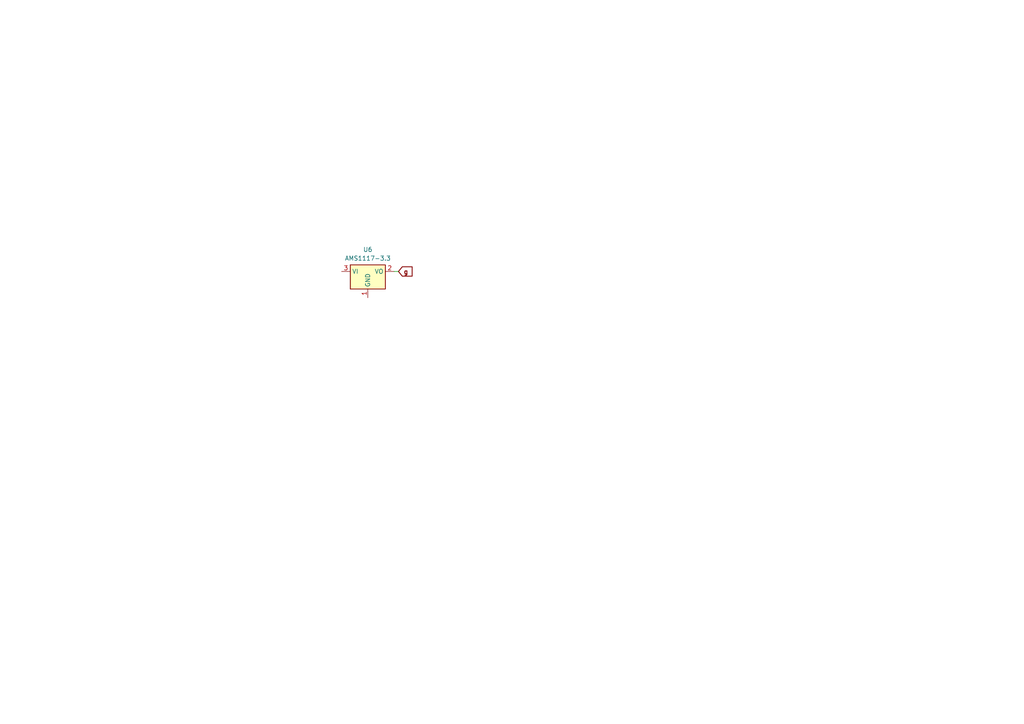
<source format=kicad_sch>
(kicad_sch (version 20250114) (generator "eeschema") (generator_version "9.0")
  (paper "A4")
  (lib_symbols
    (symbol "Regulator_Linear:AMS1117-3.3"
      (property "Reference" "U" (at -3.81 3.175 0))
      (property "Value" "AMS1117-3.3" (at 0 3.175 0))
      (symbol "AMS1117-3.3_0_1"
        (rectangle (start -5.08 -5.08) (end 5.08 1.905) (stroke (width 0.254)) (fill (type background)))
      )
      (symbol "AMS1117-3.3_1_1"
        (pin power_in line (at -7.62 0 0) (length 2.54) (name "VI") (number "3"))
        (pin power_in line (at 0 -7.62 90) (length 2.54) (name "GND") (number "1"))
        (pin power_out line (at 7.62 0 180) (length 2.54) (name "VO") (number "2"))
      )
    )
  )
  (wire (pts (xy 114.3 78.74) (xy 115.57 78.74)))
  (global_label "g" (shape input) (at 115.57 78.74 0) (effects (font (thickness 0.254) (bold yes))) (property "Intersheetrefs" "${INTERSHEET_REFS}" (effects (hide yes))))
  (symbol (lib_id "Regulator_Linear:AMS1117-3.3") (at 106.68 78.74 0) (unit 1)
    (property "Reference" "U6" (at 106.68 72.39 0))
    (property "Value" "AMS1117-3.3" (at 106.68 74.93 0))
    (property "Footprint" "Package_TO_SOT_SMD:SOT-223-3_TabPin2" (effects (hide yes)))
    (property "Datasheet" "http://www.advanced-monolithic.com/pdf/ds1117.pdf" (effects (hide yes)))
    (property "Description" "1A Low Dropout regulator, positive, 3.3V fixed output, SOT-223" (effects (hide yes)))
  )
)
</source>
